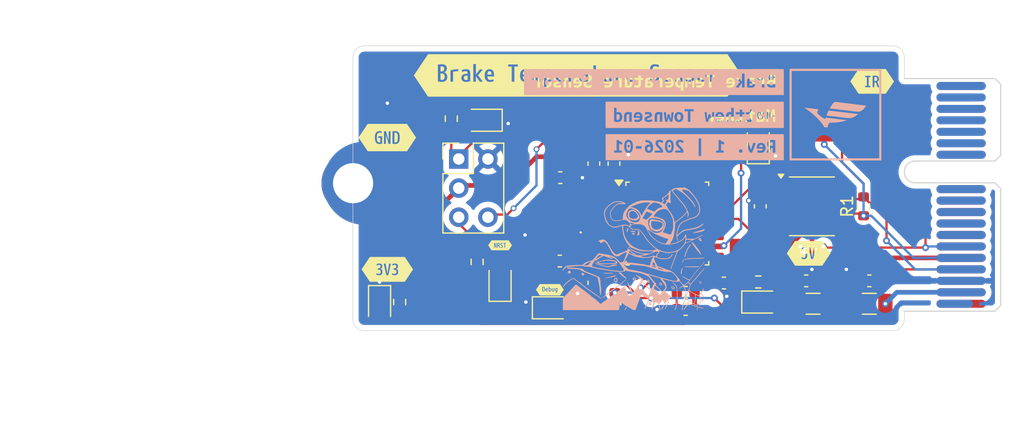
<source format=kicad_pcb>
(kicad_pcb (version 20241229) (generator "pcbnew") (generator_version "9.0")
  (layers (0 "F.Cu" signal) (2 "B.Cu" signal) (13 "F.Paste" user) (15 "B.Paste" user) (5 "F.SilkS" user "F.Silkscreen") (7 "B.SilkS" user "B.Silkscreen") (1 "F.Mask" user) (3 "B.Mask" user) (25 "Edge.Cuts" user))
  (net 0 "")
  (net 1 "+5V")
  (net 2 "GND")
  (net 3 "+3V3")
  (net 4 "/CAN_TX")
  (net 5 "/CAN_RX")
  (net 6 "/NRST")
  (net 7 "Net-(U2-PF1-OSC_OUT)")
  (net 8 "Net-(U2-PF0-OSC_IN)")
  (net 9 "/IR Output - PA0")
  (net 10 "Net-(J1-CAN-)")
  (net 11 "Net-(J1-CAN+)")
  (net 12 "/SWDIO")
  (net 13 "/SWCLK")
  (net 14 "Net-(J1-5V)")
  (net 15 "Net-(J1-3.3V)")
  (net 21 "Net-(D1-A)")
  (net 24 "Net-(D2-A)")
  (net 64 "Net-(D3-A)")
  (net 65 "Net-(D4-A)")
  (net 66 "Net-(D5-A)")
  (net 67 "Net-(D6-A)")
  (net 68 "/Heartbeat LED")
  (net 69 "/Debug LED")
  (footprint "OEM:C_0603_1608Metric" (layer "F.Cu") (at 256.755 37.59 180)
    (property "Reference" "C2" (hide yes))
    (property "Value" "C_0.1uF")
    (pad "1" smd roundrect (at -0.775 0 180) (size 0.9 0.95) (layers "F.Cu" "F.Mask" "F.Paste") (net 3 "+3V3"))
    (pad "2" smd roundrect (at 0.775 0 180) (size 0.9 0.95) (layers "F.Cu" "F.Mask" "F.Paste") (net 2 "GND"))
  )
  (footprint "OEM:LQFP-32_7x7mm_P0.8mm" (layer "F.Cu") (at 251.825 32.4)
    (property "Reference" "U2" (hide yes))
    (property "Value" "STM32G441KBT6")
    (pad "1" smd roundrect (at -4.175 -2.8) (size 1.5 0.5) (layers "F.Cu" "F.Mask" "F.Paste") (net 3 "+3V3"))
    (pad "2" smd roundrect (at -4.175 -2) (size 1.5 0.5) (layers "F.Cu" "F.Mask" "F.Paste") (net 8 "Net-(U2-PF0-OSC_IN)"))
    (pad "3" smd roundrect (at -4.175 -1.2) (size 1.5 0.5) (layers "F.Cu" "F.Mask" "F.Paste") (net 7 "Net-(U2-PF1-OSC_OUT)"))
    (pad "4" smd roundrect (at -4.175 -0.4) (size 1.5 0.5) (layers "F.Cu" "F.Mask" "F.Paste") (net 6 "/NRST"))
    (pad "5" smd roundrect (at -4.175 0.4) (size 1.5 0.5) (layers "F.Cu" "F.Mask" "F.Paste") (net 9 "/IR Output - PA0"))
    (pad "6" smd roundrect (at -4.175 1.2) (size 1.5 0.5) (layers "F.Cu" "F.Mask" "F.Paste"))
    (pad "7" smd roundrect (at -4.175 2) (size 1.5 0.5) (layers "F.Cu" "F.Mask" "F.Paste"))
    (pad "8" smd roundrect (at -4.175 2.8) (size 1.5 0.5) (layers "F.Cu" "F.Mask" "F.Paste"))
    (pad "9" smd roundrect (at -2.8 4.175) (size 0.5 1.5) (layers "F.Cu" "F.Mask" "F.Paste"))
    (pad "10" smd roundrect (at -2 4.175) (size 0.5 1.5) (layers "F.Cu" "F.Mask" "F.Paste"))
    (pad "11" smd roundrect (at -1.2 4.175) (size 0.5 1.5) (layers "F.Cu" "F.Mask" "F.Paste") (net 69 "/Debug LED"))
    (pad "12" smd roundrect (at -0.4 4.175) (size 0.5 1.5) (layers "F.Cu" "F.Mask" "F.Paste"))
    (pad "13" smd roundrect (at 0.4 4.175) (size 0.5 1.5) (layers "F.Cu" "F.Mask" "F.Paste"))
    (pad "14" smd roundrect (at 1.2 4.175) (size 0.5 1.5) (layers "F.Cu" "F.Mask" "F.Paste") (net 2 "GND"))
    (pad "15" smd roundrect (at 2 4.175) (size 0.5 1.5) (layers "F.Cu" "F.Mask" "F.Paste") (net 3 "+3V3"))
    (pad "16" smd roundrect (at 2.8 4.175) (size 0.5 1.5) (layers "F.Cu" "F.Mask" "F.Paste") (net 2 "GND"))
    (pad "17" smd roundrect (at 4.175 2.8) (size 1.5 0.5) (layers "F.Cu" "F.Mask" "F.Paste") (net 3 "+3V3"))
    (pad "18" smd roundrect (at 4.175 2) (size 1.5 0.5) (layers "F.Cu" "F.Mask" "F.Paste") (net 68 "/Heartbeat LED"))
    (pad "19" smd roundrect (at 4.175 1.2) (size 1.5 0.5) (layers "F.Cu" "F.Mask" "F.Paste"))
    (pad "20" smd roundrect (at 4.175 0.4) (size 1.5 0.5) (layers "F.Cu" "F.Mask" "F.Paste"))
    (pad "21" smd roundrect (at 4.175 -0.4) (size 1.5 0.5) (layers "F.Cu" "F.Mask" "F.Paste") (net 5 "/CAN_RX"))
    (pad "22" smd roundrect (at 4.175 -1.2) (size 1.5 0.5) (layers "F.Cu" "F.Mask" "F.Paste") (net 4 "/CAN_TX"))
    (pad "23" smd roundrect (at 4.175 -2) (size 1.5 0.5) (layers "F.Cu" "F.Mask" "F.Paste") (net 12 "/SWDIO"))
    (pad "24" smd roundrect (at 4.175 -2.8) (size 1.5 0.5) (layers "F.Cu" "F.Mask" "F.Paste") (net 13 "/SWCLK"))
    (pad "25" smd roundrect (at 2.8 -4.175) (size 0.5 1.5) (layers "F.Cu" "F.Mask" "F.Paste"))
    (pad "26" smd roundrect (at 2 -4.175) (size 0.5 1.5) (layers "F.Cu" "F.Mask" "F.Paste"))
    (pad "27" smd roundrect (at 1.2 -4.175) (size 0.5 1.5) (layers "F.Cu" "F.Mask" "F.Paste"))
    (pad "28" smd roundrect (at 0.4 -4.175) (size 0.5 1.5) (layers "F.Cu" "F.Mask" "F.Paste"))
    (pad "29" smd roundrect (at -0.4 -4.175) (size 0.5 1.5) (layers "F.Cu" "F.Mask" "F.Paste"))
    (pad "30" smd roundrect (at -1.2 -4.175) (size 0.5 1.5) (layers "F.Cu" "F.Mask" "F.Paste"))
    (pad "31" smd roundrect (at -2 -4.175) (size 0.5 1.5) (layers "F.Cu" "F.Mask" "F.Paste"))
    (pad "32" smd roundrect (at -2.8 -4.175) (size 0.5 1.5) (layers "F.Cu" "F.Mask" "F.Paste") (net 2 "GND"))
  )
  (footprint "kibuzzard-697E6E94" (layer "F.Cu") (at 269.675 20)
    (property "Reference" "kibuzzard-697E6E94" (hide yes))
    (property "Value" "G***" (hide yes))
  )
  (footprint "kibuzzard-697E6FE4" (layer "F.Cu") (at 244.02 19.48)
    (property "Reference" "kibuzzard-697E6FE4" (hide yes))
    (property "Value" "G***" (hide yes))
  )
  (footprint "kibuzzard-697E6EEF" (layer "F.Cu") (at 264.14 35)
    (property "Reference" "kibuzzard-697E6EEF" (hide yes))
    (property "Value" "G***" (hide yes))
  )
  (footprint "OEM:D_0805_2012Metric" (layer "F.Cu") (at 235.75 23.39 180)
    (property "Reference" "D6" (hide yes))
    (property "Value" "D_Red_LED")
    (pad "1" smd roundrect (at -0.9375 0 180) (size 0.975 1.4) (layers "F.Cu" "F.Mask" "F.Paste") (net 2 "GND"))
    (pad "2" smd roundrect (at 0.9375 0 180) (size 0.975 1.4) (layers "F.Cu" "F.Mask" "F.Paste") (net 67 "Net-(D6-A)"))
  )
  (footprint "OEM:R_0603_1608Metric" (layer "F.Cu") (at 235.25 35.75 -90)
    (property "Reference" "R6" (hide yes))
    (property "Value" "R_1k")
    (pad "1" smd roundrect (at -0.825 0 270) (size 0.8 0.95) (layers "F.Cu" "F.Mask" "F.Paste") (net 6 "/NRST"))
    (pad "2" smd roundrect (at 0.825 0 270) (size 0.8 0.95) (layers "F.Cu" "F.Mask" "F.Paste") (net 66 "Net-(D5-A)"))
  )
  (footprint "OEM:R_0603_1608Metric" (layer "F.Cu") (at 233 23.25 90)
    (property "Reference" "R7" (hide yes))
    (property "Value" "R_1k")
    (pad "1" smd roundrect (at -0.825 0 90) (size 0.8 0.95) (layers "F.Cu" "F.Mask" "F.Paste") (net 12 "/SWDIO"))
    (pad "2" smd roundrect (at 0.825 0 90) (size 0.8 0.95) (layers "F.Cu" "F.Mask" "F.Paste") (net 67 "Net-(D6-A)"))
  )
  (footprint "OEM:R_0603_1608Metric" (layer "F.Cu") (at 258 25.75 90)
    (property "Reference" "R4" (hide yes))
    (property "Value" "R_1k")
    (pad "1" smd roundrect (at -0.825 0 90) (size 0.8 0.95) (layers "F.Cu" "F.Mask" "F.Paste") (net 68 "/Heartbeat LED"))
    (pad "2" smd roundrect (at 0.825 0 90) (size 0.8 0.95) (layers "F.Cu" "F.Mask" "F.Paste") (net 64 "Net-(D3-A)"))
  )
  (footprint "kibuzzard-69816083" (layer "F.Cu") (at 237.25 34.3)
    (property "Reference" "kibuzzard-69816083" (hide yes))
    (property "Value" "G***" (hide yes))
  )
  (footprint "OEM:D_0805_2012Metric" (layer "F.Cu") (at 237.25 37.5 90)
    (property "Reference" "D5" (hide yes))
    (property "Value" "D_Red_LED")
    (pad "1" smd roundrect (at -0.9375 0 90) (size 0.975 1.4) (layers "F.Cu" "F.Mask" "F.Paste") (net 2 "GND"))
    (pad "2" smd roundrect (at 0.9375 0 90) (size 0.975 1.4) (layers "F.Cu" "F.Mask" "F.Paste") (net 66 "Net-(D5-A)"))
  )
  (footprint "OEM:TP_Hook_SMD" (layer "F.Cu") (at 264.5 23.75)
    (property "Reference" "TP5" (hide yes))
    (property "Value" "TP_SMD")
    (pad "1" smd rect (at 0 0) (size 4.5 3) (layers "F.Cu" "F.Mask" "F.Paste") (net 10 "Net-(J1-CAN-)"))
  )
  (footprint "OEM:Fuse_1206_3216Metric" (layer "F.Cu") (at 264.525 39.4)
    (property "Reference" "F1" (hide yes))
    (property "Value" "F_500mA_8V")
    (pad "1" smd roundrect (at -1.4 0) (size 1.25 1.75) (layers "F.Cu" "F.Mask" "F.Paste") (roundrect_rratio 0.2) (net 1 "+5V"))
    (pad "2" smd roundrect (at 1.4 0) (size 1.25 1.75) (layers "F.Cu" "F.Mask" "F.Paste") (roundrect_rratio 0.2) (net 14 "Net-(J1-5V)"))
  )
  (footprint "OEM:D_0805_2012Metric" (layer "F.Cu") (at 226.75 39.5 -90)
    (property "Reference" "D2" (hide yes))
    (property "Value" "D_Red_LED")
    (pad "1" smd roundrect (at -0.9375 0 270) (size 0.975 1.4) (layers "F.Cu" "F.Mask" "F.Paste") (net 2 "GND"))
    (pad "2" smd roundrect (at 0.9375 0 270) (size 0.975 1.4) (layers "F.Cu" "F.Mask" "F.Paste") (net 24 "Net-(D2-A)"))
  )
  (footprint "OEM:D_0805_2012Metric" (layer "F.Cu") (at 241.75 39.75)
    (property "Reference" "D4" (hide yes))
    (property "Value" "D_Red_LED")
    (pad "1" smd roundrect (at -0.9375 0) (size 0.975 1.4) (layers "F.Cu" "F.Mask" "F.Paste") (net 2 "GND"))
    (pad "2" smd roundrect (at 0.9375 0) (size 0.975 1.4) (layers "F.Cu" "F.Mask" "F.Paste") (net 65 "Net-(D4-A)"))
  )
  (footprint "OEM:D_0805_2012Metric" (layer "F.Cu") (at 259.75 25.5 90)
    (property "Reference" "D3" (hide yes))
    (property "Value" "D_Red_LED")
    (pad "1" smd roundrect (at -0.9375 0 90) (size 0.975 1.4) (layers "F.Cu" "F.Mask" "F.Paste") (net 2 "GND"))
    (pad "2" smd roundrect (at 0.9375 0 90) (size 0.975 1.4) (layers "F.Cu" "F.Mask" "F.Paste") (net 64 "Net-(D3-A)"))
  )
  (footprint "OEM:C_0603_1608Metric" (layer "F.Cu") (at 253.425 39.9 180)
    (property "Reference" "C5" (hide yes))
    (property "Value" "C_1uF")
    (pad "1" smd roundrect (at -0.775 0 180) (size 0.9 0.95) (layers "F.Cu" "F.Mask" "F.Paste") (net 3 "+3V3"))
    (pad "2" smd roundrect (at 0.775 0 180) (size 0.9 0.95) (layers "F.Cu" "F.Mask" "F.Paste") (net 2 "GND"))
  )
  (footprint "OEM:C_0603_1608Metric" (layer "F.Cu") (at 259.925 30.9 90)
    (property "Reference" "C1" (hide yes))
    (property "Value" "C_0.1uF")
    (pad "1" smd roundrect (at -0.775 0 90) (size 0.9 0.95) (layers "F.Cu" "F.Mask" "F.Paste") (net 1 "+5V"))
    (pad "2" smd roundrect (at 0.775 0 90) (size 0.9 0.95) (layers "F.Cu" "F.Mask" "F.Paste") (net 2 "GND"))
  )
  (footprint "OEM:TP_Hook_SMD" (layer "F.Cu") (at 227.425 21.9)
    (property "Reference" "TP6" (hide yes))
    (property "Value" "TP_SMD")
    (pad "1" smd rect (at 0 0) (size 4.5 3) (layers "F.Cu" "F.Mask" "F.Paste") (net 2 "GND"))
  )
  (footprint "OEM:C_0603_1608Metric" (layer "F.Cu") (at 263.925 37.4)
    (property "Reference" "C10" (hide yes))
    (property "Value" "C_10uF_10V")
    (pad "1" smd roundrect (at -0.775 0) (size 0.9 0.95) (layers "F.Cu" "F.Mask" "F.Paste") (net 1 "+5V"))
    (pad "2" smd roundrect (at 0.775 0) (size 0.9 0.95) (layers "F.Cu" "F.Mask" "F.Paste") (net 2 "GND"))
  )
  (footprint "OEM:TP_Hook_SMD" (layer "F.Cu") (at 231.975 36.41)
    (property "Reference" "TP3" (hide yes))
    (property "Value" "TP_SMD")
    (pad "1" smd rect (at 0 0) (size 4.5 3) (layers "F.Cu" "F.Mask" "F.Paste") (net 3 "+3V3"))
  )
  (footprint "OEM:C_0603_1608Metric" (layer "F.Cu") (at 242.5 28.4)
    (property "Reference" "C9" (hide yes))
    (property "Value" "C_30pF")
    (pad "1" smd roundrect (at -0.775 0) (size 0.9 0.95) (layers "F.Cu" "F.Mask" "F.Paste") (net 8 "Net-(U2-PF0-OSC_IN)"))
    (pad "2" smd roundrect (at 0.775 0) (size 0.9 0.95) (layers "F.Cu" "F.Mask" "F.Paste") (net 2 "GND"))
  )
  (footprint "kibuzzard-69816079" (layer "F.Cu") (at 241.59 38.18)
    (property "Reference" "kibuzzard-69816079" (hide yes))
    (property "Value" "G***" (hide yes))
  )
  (footprint "OEM:TP_Hook_SMD" (layer "F.Cu") (at 259.515 35.23)
    (property "Reference" "TP2" (hide yes))
    (property "Value" "TP_SMD")
    (pad "1" smd rect (at 0 0) (size 4.5 3) (layers "F.Cu" "F.Mask" "F.Paste") (net 1 "+5V"))
  )
  (footprint "OEM:R_0603_1608Metric" (layer "F.Cu") (at 259.75 37.5)
    (property "Reference" "R2" (hide yes))
    (property "Value" "R_1k")
    (pad "1" smd roundrect (at -0.825 0) (size 0.8 0.95) (layers "F.Cu" "F.Mask" "F.Paste") (net 1 "+5V"))
    (pad "2" smd roundrect (at 0.825 0) (size 0.8 0.95) (layers "F.Cu" "F.Mask" "F.Paste") (net 21 "Net-(D1-A)"))
  )
  (footprint "OEM:J_PCIe_x1_Key" (layer "F.Cu") (at 277.425 39.4 90)
    (property "Reference" "J1" (hide yes))
    (property "Value" "J_PCIe_x1")
    (fp_line (start 19.65 -4.95) (end 19.65 2.95) (stroke (width 0.1)) (layer "Edge.Cuts"))
    (fp_line (start -0.65 -4.95) (end -0.65 2.95) (stroke (width 0.1)) (layer "Edge.Cuts"))
    (fp_line (start 12.45 -4) (end 12.45 2.95) (stroke (width 0.1)) (layer "Edge.Cuts"))
    (fp_line (start 10.55 -4) (end 10.55 2.95) (stroke (width 0.1)) (layer "Edge.Cuts"))
    (fp_line (start 19.65 2.95) (end 19.15 3.45) (stroke (width 0.1)) (layer "Edge.Cuts"))
    (fp_line (start 12.45 2.95) (end 12.95 3.45) (stroke (width 0.1)) (layer "Edge.Cuts"))
    (fp_line (start 10.55 2.95) (end 10.05 3.45) (stroke (width 0.1)) (layer "Edge.Cuts"))
    (fp_line (start -0.65 2.95) (end -0.15 3.45) (stroke (width 0.1)) (layer "Edge.Cuts"))
    (fp_line (start 12.95 3.45) (end 19.15 3.45) (stroke (width 0.1)) (layer "Edge.Cuts"))
    (fp_line (start -0.15 3.45) (end 10.05 3.45) (stroke (width 0.1)) (layer "Edge.Cuts"))
    (fp_arc (start 10.55 -4) (mid 11.5 -4.95) (end 12.45 -4) (stroke (width 0.1)) (layer "Edge.Cuts"))
    (pad "A1" connect oval (at 0 -0.55 90) (size 0.7 3.2) (layers "B.Cu" "B.Mask"))
    (pad "A2" connect oval (at 1 0 90) (size 0.7 4.3) (layers "B.Cu" "B.Mask") (net 15 "Net-(J1-3.3V)"))
    (pad "A3" connect oval (at 2 0 90) (size 0.7 4.3) (layers "B.Cu" "B.Mask") (net 2 "GND"))
    (pad "A4" connect oval (at 3 0 90) (size 0.7 4.3) (layers "B.Cu" "B.Mask") (net 11 "Net-(J1-CAN+)"))
    (pad "A5" connect oval (at 4 0 90) (size 0.7 4.3) (layers "B.Cu" "B.Mask") (net 10 "Net-(J1-CAN-)"))
    (pad "A6" connect oval (at 5 0 90) (size 0.7 4.3) (layers "B.Cu" "B.Mask") (net 9 "/IR Output - PA0"))
    (pad "A7" connect oval (at 6 0 90) (size 0.7 4.3) (layers "B.Cu" "B.Mask"))
    (pad "A8" connect oval (at 7 0 90) (size 0.7 4.3) (layers "B.Cu" "B.Mask"))
    (pad "A9" connect oval (at 8 0 90) (size 0.7 4.3) (layers "B.Cu" "B.Mask"))
    (pad "A10" connect oval (at 9 0 90) (size 0.7 4.3) (layers "B.Cu" "B.Mask"))
    (pad "A11" connect oval (at 10 0 90) (size 0.7 4.3) (layers "B.Cu" "B.Mask"))
    (pad "A12" connect oval (at 13 0 90) (size 0.7 4.3) (layers "B.Cu" "B.Mask"))
    (pad "A13" connect oval (at 14 0 90) (size 0.7 4.3) (layers "B.Cu" "B.Mask"))
    (pad "A14" connect oval (at 15 0 90) (size 0.7 4.3) (layers "B.Cu" "B.Mask"))
    (pad "A15" connect oval (at 16 0 90) (size 0.7 4.3) (layers "B.Cu" "B.Mask"))
    (pad "A16" connect oval (at 17 0 90) (size 0.7 4.3) (layers "B.Cu" "B.Mask"))
    (pad "A17" connect oval (at 18 0 90) (size 0.7 4.3) (layers "B.Cu" "B.Mask"))
    (pad "A18" connect oval (at 19 0 90) (size 0.7 4.3) (layers "B.Cu" "B.Mask"))
    (pad "B1" connect oval (at 0 0 90) (size 0.7 4.3) (layers "F.Cu" "F.Mask"))
    (pad "B2" connect oval (at 1 0 90) (size 0.7 4.3) (layers "F.Cu" "F.Mask"))
    (pad "B3" connect oval (at 2 0 90) (size 0.7 4.3) (layers "F.Cu" "F.Mask"))
    (pad "B4" connect oval (at 3 0 90) (size 0.7 4.3) (layers "F.Cu" "F.Mask") (net 2 "GND"))
    (pad "B5" connect oval (at 4 0 90) (size 0.7 4.3) (layers "F.Cu" "F.Mask") (net 14 "Net-(J1-5V)"))
    (pad "B6" connect oval (at 5 0 90) (size 0.7 4.3) (layers "F.Cu" "F.Mask"))
    (pad "B7" connect oval (at 6 0 90) (size 0.7 4.3) (layers "F.Cu" "F.Mask"))
    (pad "B8" connect oval (at 7 0 90) (size 0.7 4.3) (layers "F.Cu" "F.Mask"))
    (pad "B9" connect oval (at 8 0 90) (size 0.7 4.3) (layers "F.Cu" "F.Mask"))
    (pad "B10" connect oval (at 9 0 90) (size 0.7 4.3) (layers "F.Cu" "F.Mask"))
    (pad "B11" connect oval (at 10 0 90) (size 0.7 4.3) (layers "F.Cu" "F.Mask"))
    (pad "B12" connect oval (at 13 0 90) (size 0.7 4.3) (layers "F.Cu" "F.Mask"))
    (pad "B13" connect oval (at 14 0 90) (size 0.7 4.3) (layers "F.Cu" "F.Mask"))
    (pad "B14" connect oval (at 15 0 90) (size 0.7 4.3) (layers "F.Cu" "F.Mask"))
    (pad "B15" connect oval (at 16 0 90) (size 0.7 4.3) (layers "F.Cu" "F.Mask"))
    (pad "B16" connect oval (at 17 0 90) (size 0.7 4.3) (layers "F.Cu" "F.Mask"))
    (pad "B17" connect oval (at 18 -0.55 90) (size 0.7 3.2) (layers "F.Cu" "F.Mask"))
    (pad "B18" connect oval (at 19 0 90) (size 0.7 4.3) (layers "F.Cu" "F.Mask"))
  )
  (footprint "OEM:C_0603_1608Metric" (layer "F.Cu") (at 247.175 27.175 90)
    (property "Reference" "C4" (hide yes))
    (property "Value" "C_0.1uF")
    (pad "1" smd roundrect (at -0.775 0 90) (size 0.9 0.95) (layers "F.Cu" "F.Mask" "F.Paste") (net 3 "+3V3"))
    (pad "2" smd roundrect (at 0.775 0 90) (size 0.9 0.95) (layers "F.Cu" "F.Mask" "F.Paste") (net 2 "GND"))
  )
  (footprint "OEM:H_MountingHole" (layer "F.Cu") (at 224.425 28.884 90)
    (property "Reference" "H1" (hide yes))
    (property "Value" "H_MountingHole" (hide yes))
    (pad "1" thru_hole circle (at 0 0.016 90) (size 5.499999 5.499999) (drill 3.500001) (layers "*.Cu" "*.Mask") (net 2 "GND"))
    (pad "1" smd circle (at 0 1.016 90) (size 7.249998 7.249998) (layers "B.Cu" "B.Mask") (net 2 "GND"))
  )
  (footprint "OEM:Fuse_1206_3216Metric" (layer "F.Cu") (at 269.425 39.4)
    (property "Reference" "F2" (hide yes))
    (property "Value" "F_500mA_8V")
    (pad "1" smd roundrect (at -1.4 0) (size 1.25 1.75) (layers "F.Cu" "F.Mask" "F.Paste") (roundrect_rratio 0.2) (net 3 "+3V3"))
    (pad "2" smd roundrect (at 1.4 0) (size 1.25 1.75) (layers "F.Cu" "F.Mask" "F.Paste") (roundrect_rratio 0.2) (net 15 "Net-(J1-3.3V)"))
  )
  (footprint "kibuzzard-697E6F70" (layer "F.Cu") (at 227.425 36.4)
    (property "Reference" "kibuzzard-697E6F70" (hide yes))
    (property "Value" "G***" (hide yes))
  )
  (footprint "OEM:C_0603_1608Metric" (layer "F.Cu") (at 242.45 35.675 180)
    (property "Reference" "C8" (hide yes))
    (property "Value" "C_30pF")
    (pad "1" smd roundrect (at -0.775 0 180) (size 0.9 0.95) (layers "F.Cu" "F.Mask" "F.Paste") (net 7 "Net-(U2-PF1-OSC_OUT)"))
    (pad "2" smd roundrect (at 0.775 0 180) (size 0.9 0.95) (layers "F.Cu" "F.Mask" "F.Paste") (net 2 "GND"))
  )
  (footprint "kibuzzard-69815FF8" (layer "F.Cu") (at 260.42 22.97)
    (property "Reference" "kibuzzard-69815FF8" (hide yes))
    (property "Value" "G***" (hide yes))
  )
  (footprint "OEM:R_0603_1608Metric" (layer "F.Cu") (at 228.5 39.25 -90)
    (property "Reference" "R3" (hide yes))
    (property "Value" "R_1k")
    (pad "1" smd roundrect (at -0.825 0 270) (size 0.8 0.95) (layers "F.Cu" "F.Mask" "F.Paste") (net 3 "+3V3"))
    (pad "2" smd roundrect (at 0.825 0 270) (size 0.8 0.95) (layers "F.Cu" "F.Mask" "F.Paste") (net 24 "Net-(D2-A)"))
  )
  (footprint "OEM:FA238160000MBC0 (X_16MHz_18pF_SMD - FA-238_16.0000MB-C0)" (layer "F.Cu") (at 242.425 32.075 90)
    (property "Reference" "Y1" (hide yes))
    (property "Value" "X_16MHz_18pF" (hide yes))
    (pad "1" smd rect (at -1.1 0.8 180) (size 1.2 1.4) (layers "F.Cu" "F.Mask" "F.Paste") (net 7 "Net-(U2-PF1-OSC_OUT)"))
    (pad "2" smd rect (at 1.1 0.8 180) (size 1.2 1.4) (layers "F.Cu" "F.Mask" "F.Paste") (net 2 "GND"))
    (pad "3" smd rect (at 1.1 -0.8 180) (size 1.2 1.4) (layers "F.Cu" "F.Mask" "F.Paste") (net 8 "Net-(U2-PF0-OSC_IN)"))
    (pad "4" smd rect (at -1.1 -0.8 180) (size 1.2 1.4) (layers "F.Cu" "F.Mask" "F.Paste") (net 2 "GND"))
  )
  (footprint "kibuzzard-69815FEC" (layer "F.Cu") (at 260.42 19.59)
    (property "Reference" "kibuzzard-69815FEC" (hide yes))
    (property "Value" "G***" (hide yes))
  )
  (footprint "OEM:R_0603_1608Metric" (layer "F.Cu") (at 247.25 39.25 -90)
    (property "Reference" "R5" (hide yes))
    (property "Value" "R_1k")
    (pad "1" smd roundrect (at -0.825 0 270) (size 0.8 0.95) (layers "F.Cu" "F.Mask" "F.Paste") (net 69 "/Debug LED"))
    (pad "2" smd roundrect (at 0.825 0 270) (size 0.8 0.95) (layers "F.Cu" "F.Mask" "F.Paste") (net 65 "Net-(D4-A)"))
  )
  (footprint "OEM:C_0603_1608Metric" (layer "F.Cu") (at 245.425 37.575 -90)
    (property "Reference" "C7" (hide yes))
    (property "Value" "C_0.1uF")
    (pad "1" smd roundrect (at -0.775 0 270) (size 0.9 0.95) (layers "F.Cu" "F.Mask" "F.Paste") (net 6 "/NRST"))
    (pad "2" smd roundrect (at 0.775 0 270) (size 0.9 0.95) (layers "F.Cu" "F.Mask" "F.Paste") (net 2 "GND"))
  )
  (footprint "OEM:C_0603_1608Metric" (layer "F.Cu") (at 269.425 37.4)
    (property "Reference" "C11" (hide yes))
    (property "Value" "C_10uF_10V")
    (pad "1" smd roundrect (at -0.775 0) (size 0.9 0.95) (layers "F.Cu" "F.Mask" "F.Paste") (net 3 "+3V3"))
    (pad "2" smd roundrect (at 0.775 0) (size 0.9 0.95) (layers "F.Cu" "F.Mask" "F.Paste") (net 2 "GND"))
  )
  (footprint "OEM:C_0603_1608Metric" (layer "F.Cu") (at 253.425 38.4 180)
    (property "Reference" "C3" (hide yes))
    (property "Value" "C_10nF")
    (pad "1" smd roundrect (at -0.775 0 180) (size 0.9 0.95) (layers "F.Cu" "F.Mask" "F.Paste") (net 3 "+3V3"))
    (pad "2" smd roundrect (at 0.775 0 180) (size 0.9 0.95) (layers "F.Cu" "F.Mask" "F.Paste") (net 2 "GND"))
  )
  (footprint "OEM:C_0603_1608Metric" (layer "F.Cu") (at 245.425 27.175 90)
    (property "Reference" "C6" (hide yes))
    (property "Value" "C_4.7uF")
    (pad "1" smd roundrect (at -0.775 0 90) (size 0.9 0.95) (layers "F.Cu" "F.Mask" "F.Paste") (net 3 "+3V3"))
    (pad "2" smd roundrect (at 0.775 0 90) (size 0.9 0.95) (layers "F.Cu" "F.Mask" "F.Paste") (net 2 "GND"))
  )
  (footprint "OEM:D_0805_2012Metric" (layer "F.Cu") (at 260 39.25)
    (property "Reference" "D1" (hide yes))
    (property "Value" "D_Red_LED")
    (pad "1" smd roundrect (at -0.9375 0) (size 0.975 1.4) (layers "F.Cu" "F.Mask" "F.Paste") (net 2 "GND"))
    (pad "2" smd roundrect (at 0.9375 0) (size 0.975 1.4) (layers "F.Cu" "F.Mask" "F.Paste") (net 21 "Net-(D1-A)"))
  )
  (footprint "OEM:SOIC-8_3.9x4.9mm_P1.27mm" (layer "F.Cu") (at 264.425 30.9)
    (property "Reference" "U1" (hide yes))
    (property "Value" "MCP2561-E_SN")
    (pad "1" smd roundrect (at -2.475 -1.905) (size 1.95 0.6) (layers "F.Cu" "F.Mask" "F.Paste") (net 4 "/CAN_TX"))
    (pad "2" smd roundrect (at -2.475 -0.635) (size 1.95 0.6) (layers "F.Cu" "F.Mask" "F.Paste") (net 2 "GND"))
    (pad "3" smd roundrect (at -2.475 0.635) (size 1.95 0.6) (layers "F.Cu" "F.Mask" "F.Paste") (net 1 "+5V"))
    (pad "4" smd roundrect (at -2.475 1.905) (size 1.95 0.6) (layers "F.Cu" "F.Mask" "F.Paste") (net 5 "/CAN_RX"))
    (pad "5" smd roundrect (at 2.475 1.905) (size 1.95 0.6) (layers "F.Cu" "F.Mask" "F.Paste"))
    (pad "6" smd roundrect (at 2.475 0.635) (size 1.95 0.6) (layers "F.Cu" "F.Mask" "F.Paste") (net 10 "Net-(J1-CAN-)"))
    (pad "7" smd roundrect (at 2.475 -0.635) (size 1.95 0.6) (layers "F.Cu" "F.Mask" "F.Paste") (net 11 "Net-(J1-CAN+)"))
    (pad "8" smd roundrect (at 2.475 -1.905) (size 1.95 0.6) (layers "F.Cu" "F.Mask" "F.Paste") (net 2 "GND"))
  )
  (footprint "kibuzzard-69816091" (layer "F.Cu") (at 257.1 23.525)
    (property "Reference" "kibuzzard-69816091" (hide yes))
    (property "Value" "G***" (hide yes))
  )
  (footprint "OEM:J_Programming_Pin_Header_Keyed" (layer "F.Cu") (at 233.65 26.77)
    (property "Reference" "J2" (hide yes))
    (property "Value" "J_Programming_Pin_Header")
    (pad "1" thru_hole rect (at 0 0) (size 1.7 1.7) (drill 1) (layers "*.Cu" "*.Mask") (net 12 "/SWDIO"))
    (pad "2" thru_hole circle (at 2.54 0) (size 1.7 1.7) (drill 1) (layers "*.Cu" "*.Mask") (net 2 "GND"))
    (pad "3" thru_hole circle (at 0 2.54) (size 1.7 1.7) (drill 1) (layers "*.Cu" "*.Mask") (net 3 "+3V3"))
    (pad "4" thru_hole circle (at 0 5.08) (size 1.7 1.7) (drill 1) (layers "*.Cu" "*.Mask") (net 6 "/NRST"))
    (pad "5" thru_hole circle (at 2.54 5.08) (size 1.7 1.7) (drill 1) (layers "*.Cu" "*.Mask") (net 13 "/SWCLK"))
  )
  (footprint "kibuzzard-69815F9D" (layer "F.Cu") (at 227.425 24.9)
    (property "Reference" "kibuzzard-69815F9D" (hide yes))
    (property "Value" "G***" (hide yes))
  )
  (footprint "OEM:TP_Hook_SMD" (layer "F.Cu") (at 264.5 19.75)
    (property "Reference" "TP4" (hide yes))
    (property "Value" "TP_SMD")
    (pad "1" smd rect (at 0 0) (size 4.5 3) (layers "F.Cu" "F.Mask" "F.Paste") (net 11 "Net-(J1-CAN+)"))
  )
  (footprint "OEM:R_0603_1608Metric" (layer "F.Cu") (at 268.925 30.9 90)
    (property "Reference" "R1" (at 0 -1.43 90) (layer "F.SilkS"))
    (property "Value" "R_120")
    (pad "1" smd roundrect (at -0.825 0 90) (size 0.8 0.95) (layers "F.Cu" "F.Mask" "F.Paste") (net 10 "Net-(J1-CAN-)"))
    (pad "2" smd roundrect (at 0.825 0 90) (size 0.8 0.95) (layers "F.Cu" "F.Mask" "F.Paste") (net 11 "Net-(J1-CAN+)"))
  )
  (footprint "OEM:TP_Hook_SMD" (layer "F.Cu") (at 269.675 22.75)
    (property "Reference" "TP1" (hide yes))
    (property "Value" "TP_SMD")
    (pad "1" smd rect (at 0 0) (size 4.5 3) (layers "F.Cu" "F.Mask" "F.Paste") (net 9 "/IR Output - PA0"))
  )
  (footprint "kibuzzard-697F80BA" (layer "B.Cu") (at 254.21075 25.74 180)
    (property "Reference" "kibuzzard-697F80BA" (hide yes))
    (property "Value" "G***" (hide yes))
  )
  (footprint "OEM:OEM_Logo_8mm" (layer "B.Cu") (at 266.475 22.9 180)
    (property "Reference" "REF**" (hide yes))
    (property "Value" "OEM_Logo_8mm")
  )
  (footprint "kibuzzard-697F80A9" (layer "B.Cu") (at 250.6566 20.06 180)
    (property "Reference" "kibuzzard-697F80A9" (hide yes))
    (property "Value" "G***" (hide yes))
  )
  (footprint "LOGO" (layer "B.Cu") (at 248.895849 34.597247 180)
    (property "Reference" "G***" (hide yes))
    (property "Value" "LOGO" (hide yes))
  )
  (footprint "kibuzzard-697F802E" (layer "B.Cu") (at 254.20898 22.92 180)
    (property "Reference" "kibuzzard-697F802E" (hide yes))
    (property "Value" "G***" (hide yes))
  )
  (gr_arc (start 272.475 40.75) (mid 272.182107 41.457107) (end 271.475 41.75) (stroke (width 0.05)) (layer "Edge.Cuts"))
  (gr_arc (start 225.425 41.75) (mid 224.717893 41.457107) (end 224.425 40.75) (stroke (width 0.05)) (layer "Edge.Cuts"))
  (gr_arc (start 271.475 16.9) (mid 272.182107 17.192893) (end 272.475 17.9) (stroke (width 0.05)) (layer "Edge.Cuts"))
  (gr_line (start 272.475 40.05) (end 272.475 40.75) (stroke (width 0.05)) (layer "Edge.Cuts"))
  (gr_line (start 271.475 41.75) (end 225.425 41.75) (stroke (width 0.05)) (layer "Edge.Cuts"))
  (gr_line (start 225.425 16.9) (end 271.475 16.9) (stroke (width 0.05)) (layer "Edge.Cuts"))
  (gr_line (start 272.475 19.75) (end 272.475 17.9) (stroke (width 0.05)) (layer "Edge.Cuts"))
  (gr_line (start 224.425 40.75) (end 224.425 17.9) (stroke (width 0.05)) (layer "Edge.Cuts"))
  (gr_arc (start 224.425 17.9) (mid 224.717893 17.192893) (end 225.425 16.9) (stroke (width 0.05)) (layer "Edge.Cuts"))
  (segment (start 264.425 32.9) (end 264.425 34.9) (width 0.4064) (layer "F.Cu") (net 1))
  (segment (start 259.925 31.675) (end 259.925 31.4) (width 0.4064) (layer "F.Cu") (net 1))
  (segment (start 260.575 36.29) (end 259.515 35.23) (width 0.2) (layer "F.Cu") (net 1))
  (segment (start 263.92911 32.9) (end 261.59911 35.23) (width 0.4064) (layer "F.Cu") (net 1))
  (segment (start 260.06 31.535) (end 261.95 31.535) (width 0.4064) (layer "F.Cu") (net 1))
  (segment (start 261.95 31.535) (end 263.06 31.535) (width 0.4064) (layer "F.Cu") (net 1))
  (segment (start 263.15 37.4) (end 263.15 39.375) (width 0.4064) (layer "F.Cu") (net 1))
  (segment (start 258.925 35.82) (end 259.515 35.23) (width 0.2) (layer "F.Cu") (net 1))
  (segment (start 263.15 36.175) (end 263.15 37.4) (width 0.4064) (layer "F.Cu") (net 1))
  (segment (start 263.06 31.535) (end 264.425 32.9) (width 0.4064) (layer "F.Cu") (net 1))
  (segment (start 259.925 31.4) (end 260.06 31.535) (width 0.4064) (layer "F.Cu") (net 1))
  (segment (start 264.425 32.9) (end 263.92911 32.9) (width 0.4064) (layer "F.Cu") (net 1))
  (segment (start 264.425 34.9) (end 263.15 36.175) (width 0.4064) (layer "F.Cu") (net 1))
  (segment (start 258.925 37.5) (end 258.925 35.82) (width 0.2) (layer "F.Cu") (net 1))
  (segment (start 261.59911 35.23) (end 259.515 35.23) (width 0.4064) (layer "F.Cu") (net 1))
  (segment (start 263.15 39.375) (end 263.125 39.4) (width 0.4064) (layer "F.Cu") (net 1))
  (segment (start 264.194999 28.995) (end 266.9 28.995) (width 0.2) (layer "F.Cu") (net 2))
  (segment (start 244.35 38.35) (end 244.15 38.35) (width 0.2) (layer "F.Cu") (net 2))
  (segment (start 243.275 28.175) (end 244.2 28.175) (width 0.4064) (layer "F.Cu") (net 2))
  (segment (start 259.0625 39.25) (end 258.5625 38.75) (width 0.2) (layer "F.Cu") (net 2))
  (segment (start 248.925 28.4) (end 247.175 26.65) (width 0.2) (layer "F.Cu") (net 2))
  (segment (start 261.95 30.265) (end 262.924999 30.265) (width 0.2) (layer "F.Cu") (net 2))
  (segment (start 261.1875 26.4375) (end 261.25 26.5) (width 0.2) (layer "F.Cu") (net 2))
  (segment (start 249.025 28.225) (end 249.025 28.3) (width 0.2) (layer "F.Cu") (net 2))
  (segment (start 238.6875 38.4375) (end 239.5 39.25) (width 0.2) (layer "F.Cu") (net 2))
  (segment (start 255.64 37.59) (end 254.625 36.575) (width 0.2) (layer "F.Cu") (net 2))
  (segment (start 245.675 26.4) (end 247.175 26.4) (width 0.4064) (layer "F.Cu") (net 2))
  (segment (start 244.15 38.35) (end 244 38.5) (width 0.2) (layer "F.Cu") (net 2))
  (segment (start 253.025 36.075) (end 253.025 38.2) (width 0.2) (layer "F.Cu") (net 2))
  (segment (start 264.7 36.675) (end 264.425 36.4) (width 0.4064) (layer "F.Cu") (net 2))
  (segment (start 241.625 33.175) (end 241.625 32.877) (width 0.2) (layer "F.Cu") (net 2))
  (segment (start 255.98 37.59) (end 255.98 37.73) (width 0.2) (layer "F.Cu") (net 2))
  (segment (start 259.75 26.4375) (end 261.1875 26.4375) (width 0.2) (layer "F.Cu") (net 2))
  (segment (start 244.2 28.175) (end 244.425 28.4) (width 0.4064) (layer "F.Cu") (net 2))
  (segment (start 241.625 32.877) (end 243.225 31.277) (width 0.2) (layer "F.Cu") (net 2))
  (segment (start 239.65 33.175) (end 239.425 33.4) (width 0.2) (layer "F.Cu") (net 2))
  (segment (start 240.3125 39.25) (end 239.5 39.25) (width 0.2) (layer "F.Cu") (net 2))
  (segment (start 243.225 31.277) (end 243.225 30.975) (width 0.2) (layer "F.Cu") (net 2))
  (segment (start 251.1 40.075) (end 250.925 39.9) (width 0.2) (layer "F.Cu") (net 2))
  (segment (start 259.2 30.125) (end 258.925 30.4) (width 0.2) (layer "F.Cu") (net 2))
  (segment (start 259.925 30.125) (end 259.2 30.125) (width 0.2) (layer "F.Cu") (net 2))
  (segment (start 271.2 36.4) (end 270.2 37.4) (width 0.2032) (layer "F.Cu") (net 2))
  (segment (start 227.425 21.9) (end 227.43 21.9) (width 0.2) (layer "F.Cu") (net 2))
  (segment (start 264.7 37.4) (end 264.7 36.675) (width 0.4064) (layer "F.Cu") (net 2))
  (segment (start 247.175 26.4) (end 248.425 26.4) (width 0.2) (layer "F.Cu") (net 2))
  (segment (start 247.175 26.65) (end 247.175 26.4) (width 0.2) (layer "F.Cu") (net 2))
  (segment (start 249.025 28.3) (end 248.925 28.4) (width 0.2) (layer "F.Cu") (net 2))
  (segment (start 253.025 38.2) (end 252.65 38.575) (width 0.2) (layer "F.Cu") (net 2))
  (segment (start 252.65 40.075) (end 251.1 40.075) (width 0.2) (layer "F.Cu") (net 2))
  (segment (start 255.98 37.59) (end 255.64 37.59) (width 0.2) (layer "F.Cu") (net 2))
  (segment (start 225.026 28.724) (end 225.026 28.884) (width 0.2) (layer "F.Cu") (net 2))
  (segment (start 260.065 30.265) (end 259.925 30.125) (width 0.2) (layer "F.Cu") (net 2))
  (segment (start 277.425 36.4) (end 271.2 36.4) (width 0.2032) (layer "F.Cu") (net 2))
  (segment (start 237.25 38.4375) (end 238.6875 38.4375) (width 0.2) (layer "F.Cu") (net 2))
  (segment (start 237.67 23.39) (end 237.96 23.68) (width 0.2) (layer "F.Cu") (net 2))
  (segment (start 262.924999 30.265) (end 264.194999 28.995) (width 0.2) (layer "F.Cu") (net 2))
  (segment (start 270.2 37.4) (end 269.2 36.4) (width 0.2032) (layer "F.Cu") (net 2))
  (segment (start 241.625 33.175) (end 241.625 35.625) (width 0.2) (layer "F.Cu") (net 2))
  (segment (start 236.6875 23.39) (end 237.67 23.39) (width 0.2) (layer "F.Cu") (net 2))
  (segment (start 255.98 37.73) (end 257 38.75) (width 0.2) (layer "F.Cu") (net 2))
  (segment (start 226.75 38.5625) (end 226.75 37.5) (width 0.2) (layer "F.Cu") (net 2))
  (segment (start 240.8125 39.75) (end 240.3125 39.25) (width 0.2) (layer "F.Cu") (net 2))
  (segment (start 252.65 38.575) (end 252.65 40.075) (width 0.2) (layer "F.Cu") (net 2))
  (segment (start 244.35 38.35) (end 245.425 38.35) (width 0.2) (layer "F.Cu") (net 2))
  (segment (start 241.625 35.625) (end 241.675 35.675) (width 0.2) (layer "F.Cu") (net 2))
  (segment (start 269.2 36.4) (end 267.425 36.4) (width 0.2032) (layer "F.Cu") (net 2))
  (segment (start 258.5625 38.75) (end 257 38.75) (width 0.2) (layer "F.Cu") (net 2))
  (segment (start 241.625 33.175) (end 239.65 33.175) (width 0.2) (layer "F.Cu") (net 2))
  (segment (start 261.95 30.265) (end 260.065 30.265) (width 0.2) (layer "F.Cu") (net 2))
  (via (at 226.75 37.5) (size 0.6) (drill 0.3) (layers "F.Cu" "B.Cu") (net 2))
  (via (at 227.43 21.9) (size 0.6) (drill 0.3) (layers "F.Cu" "B.Cu") (net 2))
  (via (at 237.96 23.68) (size 0.6) (drill 0.3) (layers "F.Cu" "B.Cu") (net 2))
  (via (at 244 38.5) (size 0.6) (drill 0.3) (layers "F.Cu" "B.Cu") (net 2))
  (via (at 267.425 36.4) (size 0.6) (drill 0.3) (layers "F.Cu" "B.Cu") (net 2))
  (via (at 250.925 39.9) (size 0.5) (drill 0.3) (layers "F.Cu" "B.Cu") (net 2))
  (via (at 248.425 26.4) (size 0.6) (drill 0.3) (layers "F.Cu" "B.Cu") (net 2))
  (via (at 264.425 36.4) (size 0.5) (drill 0.3) (layers "F.Cu" "B.Cu") (net 2))
  (via (at 261.25 26.5) (size 0.6) (drill 0.3) (layers "F.Cu" "B.Cu") (net 2))
  (via (at 239.5 39.25) (size 0.6) (drill 0.3) (layers "F.Cu" "B.Cu") (net 2))
  (via (at 258.925 30.4) (size 0.5) (drill 0.3) (layers "F.Cu" "B.Cu") (net 2))
  (via (at 257 38.75) (size 0.6) (drill 0.3) (layers "F.Cu" "B.Cu") (net 2))
  (via (at 239.425 33.4) (size 0.5) (drill 0.3) (layers "F.Cu" "B.Cu") (net 2))
  (via (at 244.425 28.4) (size 0.5) (drill 0.3) (layers "F.Cu" "B.Cu") (net 2))
  (segment (start 243.74 26.575) (end 240.425 26.575) (width 0.4064) (layer "F.Cu") (net 3))
  (segment (start 235.5708 41.0458) (end 231.975 37.45) (width 0.4064) (layer "F.Cu") (net 3))
  (segment (start 237.925 29.075) (end 233.885 29.075) (width 0.4064) (layer "F.Cu") (net 3))
  (segment (start 247.65 29.6) (end 247.625 29.575) (width 0.4064) (layer "F.Cu") (net 3))
  (segment (start 255.035 40.91) (end 254.2 40.075) (width 0.4064) (layer "F.Cu") (net 3))
  (segment (start 253.825 36.575) (end 253.825 38.2) (width 0.4064) (layer "F.Cu") (net 3))
  (segment (start 245.115 27.95) (end 243.74 26.575) (width 0.4064) (layer "F.Cu") (net 3))
  (segment (start 240.425 26.575) (end 237.925 29.075) (width 0.4064) (layer "F.Cu") (net 3))
  (segment (start 254.450001 35.2) (end 253.825 35.825001) (width 0.4064) (layer "F.Cu") (net 3))
  (segment (start 268.625 37.425) (end 268.65 37.4) (width 0.4064) (layer "F.Cu") (net 3))
  (segment (start 228.5 38.425) (end 229.96 38.425) (width 0.2) (layer "F.Cu") (net 3))
  (segment (start 247.175 27.95) (end 245.115 27.95) (width 0.4064) (layer "F.Cu") (net 3))
  (segment (start 253.825 35.825001) (end 253.825 36.575) (width 0.4064) (layer "F.Cu") (net 3))
  (segment (start 253.2292 41.0458) (end 235.5708 41.0458) (width 0.4064) (layer "F.Cu") (net 3))
  (segment (start 254.2 40.075) (end 253.2292 41.0458) (width 0.4064) (layer "F.Cu") (net 3))
  (segment (start 247.425 29.375) (end 247.65 29.6) (width 0.4064) (layer "F.Cu") (net 3))
  (segment (start 247.425 28.35) (end 247.425 29.375) (width 0.4064) (layer "F.Cu") (net 3))
  (segment (start 231.975 30.985) (end 231.975 36.41) (width 0.4064) (layer "F.Cu") (net 3))
  (segment (start 268.625 39.4) (end 268.425 39.4) (width 0.4064) (layer "F.Cu") (net 3))
  (segment (start 253.825 38.2) (end 254.2 38.575) (width 0.4064) (layer "F.Cu") (net 3))
  (segment (start 268.625 39.4) (end 268.625 37.425) (width 0.4064) (layer "F.Cu") (net 3))
  (segment (start 256 35.2) (end 256 36.06) (width 0.4064) (layer "F.Cu") (net 3))
  (segment (start 229.96 38.425) (end 231.975 36.41) (width 0.2) (layer "F.Cu") (net 3))
  (segment (start 256 36.06) (end 257.53 37.59) (width 0.4064) (layer "F.Cu") (net 3))
  (segment (start 233.885 29.075) (end 231.975 30.985) (width 0.4064) (layer "F.Cu") (net 3))
  (segment (start 231.975 37.45) (end 231.975 36.41) (width 0.4064) (layer "F.Cu") (net 3))
  (segment (start 254.450001 35.2) (end 256 35.2) (width 0.4064) (layer "F.Cu") (net 3))
  (segment (start 268.025 39.4) (end 268.425 39.4) (width 0.4064) (layer "F.Cu") (net 3))
  (segment (start 254.2 38.575) (end 254.2 40.075) (width 0.4064) (layer "F.Cu") (net 3))
  (segment (start 268.025 39.4) (end 266.515 40.91) (width 0.4064) (layer "F.Cu") (net 3))
  (segment (start 266.515 40.91) (end 255.035 40.91) (width 0.4064) (layer "F.Cu") (net 3))
  (segment (start 256 31.2) (end 257.124945 31.2) (width 0.2) (layer "F.Cu") (net 4))
  (segment (start 259.329945 28.995) (end 261.95 28.995) (width 0.2) (layer "F.Cu") (net 4))
  (segment (start 257.124945 31.2) (end 259.329945 28.995) (width 0.2) (layer "F.Cu") (net 4))
  (segment (start 256 32) (end 258.025 32) (width 0.2) (layer "F.Cu") (net 5))
  (segment (start 258.83 32.805) (end 261.95 32.805) (width 0.2) (layer "F.Cu") (net 5))
  (segment (start 256.180001 32.180001) (end 256 32) (width 0.2) (layer "F.Cu") (net 5))
  (segment (start 258.025 32) (end 258.83 32.805) (width 0.2) (layer "F.Cu") (net 5))
  (segment (start 233.65 32.4) (end 235.25 34) (width 0.2) (layer "F.Cu") (net 6))
  (segment (start 235.25 34) (end 235.25 34.925) (width 0.2) (layer "F.Cu") (net 6))
  (segment (start 245.425 33.475001) (end 246.900001 32) (width 0.2) (layer "F.Cu") (net 6))
  (segment (start 237.715 34.925) (end 239.6 36.81) (width 0.2) (layer "F.Cu") (net 6))
  (segment (start 246.900001 32) (end 247.65 32) (width 0.2) (layer "F.Cu") (net 6))
  (segment (start 239.6 36.81) (end 245.415 36.81) (width 0.2) (layer "F.Cu") (net 6))
  (segment (start 235.25 34.925) (end 237.715 34.925) (width 0.2) (layer "F.Cu") (net 6))
  (segment (start 245.425 36.8) (end 245.425 33.475001) (width 0.2) (layer "F.Cu") (net 6))
  (segment (start 245.415 36.81) (end 245.425 36.8) (width 0.2) (layer "F.Cu") (net 6))
  (segment (start 233.65 31.85) (end 233.65 32.4) (width 0.2) (layer "F.Cu") (net 6))
  (segment (start 245.2 31.2) (end 247.65 31.2) (width 0.2) (layer "F.Cu") (net 7))
  (segment (start 243.225 33.175) (end 245.2 31.2) (width 0.2) (layer "F.Cu") (net 7))
  (segment (start 243.225 33.175) (end 243.225 35.675) (width 0.2) (layer "F.Cu") (net 7))
  (segment (start 244.126 29.974) (end 244.552 30.4) (width 0.2) (layer "F.Cu") (net 8))
  (segment (start 241.625 30.975) (end 241.625 30.075) (width 0.2) (layer "F.Cu") (net 8))
  (segment (start 241.625 30.075) (end 241.726 29.974) (width 0.2) (layer "F.Cu") (net 8))
  (segment (start 241.726 29.974) (end 244.126 29.974) (width 0.2) (layer "F.Cu") (net 8))
  (segment (start 241.625 28.275) (end 241.725 28.175) (width 0.2) (layer "F.Cu") (net 8))
  (segment (start 244.552 30.4) (end 247.65 30.4) (width 0.2) (layer "F.Cu") (net 8))
  (segment (start 241.625 30.975) (end 241.625 28.275) (width 0.2) (layer "F.Cu") (net 8))
  (segment (start 262.165 39.835) (end 262.165 35.66) (width 0.2) (layer "F.Cu") (net 9))
  (segment (start 249.425 38.9) (end 250.425 38.9) (width 0.2) (layer "F.Cu") (net 9))
  (segment (start 247.65 32.8) (end 246.667101 32.8) (width 0.2) (layer "F.Cu") (net 9))
  (segment (start 257.4308 40.4058) (end 261.5942 40.4058) (width 0.2) (layer "F.Cu") (net 9))
  (segment (start 247.65 32.8) (end 247.865113 32.8) (width 0.2032) (layer "F.Cu") (net 9))
  (segment (start 255.925 38.9) (end 257.4308 40.4058) (width 0.2) (layer "F.Cu") (net 9))
  (segment (start 262.165 35.66) (end 263.425 34.4) (width 0.2) (layer "F.Cu") (net 9))
  (segment (start 274.324 31.074) (end 269.675 26.425) (width 0.2) (layer "F.Cu") (net 9))
  (segment (start 245.925 33.542101) (end 245.925 35.4) (width 0.2) (layer "F.Cu") (net 9))
  (segment (start 261.5942 40.4058) (end 262.165 39.835) (width 0.2) (layer "F.Cu") (net 9))
  (segment (start 247.865113 32.8) (end 247.915113 32.75) (width 0.2032) (layer "F.Cu") (net 9))
  (segment (start 265.425 34.4) (end 265.526 34.501) (width 0.2) (layer "F.Cu") (net 9))
  (segment (start 247.65 32.8) (end 247.025 32.8) (width 0.2032) (layer "F.Cu") (net 9))
  (segment (start 246.667101 32.8) (end 245.925 33.542101) (width 0.2) (layer "F.Cu") (net 9))
  (segment (start 274.324 34.501) (end 274.324 31.074) (width 0.2) (layer "F.Cu") (net 9))
  (segment (start 265.526 34.501) (end 274.324 34.501) (width 0.2) (layer "F.Cu") (net 9))
  (segment (start 245.925 35.4) (end 249.425 38.9) (width 0.2) (layer "F.Cu") (net 9))
  (segment (start 269.675 26.425) (end 269.675 22.75) (width 0.2) (layer "F.Cu") (net 9))
  (via (at 263.425 34.4) (size 0.6) (drill 0.3) (layers "F.Cu" "B.Cu") (net 9))
  (via (at 255.925 38.9) (size 0.6) (drill 0.3) (layers "F.Cu" "B.Cu") (net 9))
  (via (at 274.324 34.501) (size 0.6) (drill 0.3) (layers "F.Cu" "B.Cu") (net 9))
  (via (at 250.425 38.9) (size 0.6) (drill 0.3) (layers "F.Cu" "B.Cu") (net 9))
  (via (at 265.425 34.4) (size 0.6) (drill 0.3) (layers "F.Cu" "B.Cu") (net 9))
  (segment (start 274.324 34.501) (end 274.425 34.4) (width 0.2) (layer "B.Cu") (net 9))
  (segment (start 263.425 34.4) (end 265.425 34.4) (width 0.2) (layer "B.Cu") (net 9))
  (segment (start 250.425 38.9) (end 255.925 38.9) (width 0.2) (layer "B.Cu") (net 9))
  (segment (start 274.425 34.4) (end 277.425 34.4) (width 0.2) (layer "B.Cu") (net 9))
  (segment (start 268.78 31.725) (end 268.59 31.535) (width 0.2) (layer "F.Cu") (net 10))
  (segment (start 268.59 31.535) (end 266.9 31.535) (width 0.2) (layer "F.Cu") (net 10))
  (segment (start 265.5 25.5) (end 265.5 24.75) (width 0.2) (layer "F.Cu") (net 10))
  (segment (start 264.5 23.75) (end 264.5 24.25) (width 0.2) (layer "F.Cu") (net 10))
  (segment (start 268.925 31.725) (end 268.78 31.725) (width 0.2) (layer "F.Cu") (net 10))
  (segment (start 265.5 24.75) (end 264.5 23.75) (width 0.2) (layer "F.Cu") (net 10))
  (via (at 265.5 25.5) (size 0.6) (drill 0.3) (layers "F.Cu" "B.Cu") (net 10))
  (via (at 268.925 31.725) (size 0.6) (drill 0.3) (layers "F.Cu" "B.Cu") (net 10))
  (segment (start 269.599943 31.725) (end 270.925 33.050058) (width 0.2) (layer "B.Cu") (net 10))
  (segment (start 268.925 31.725) (end 268.925 28.925) (width 0.2) (layer "B.Cu") (net 10))
  (segment (start 270.925 33.050057) (end 273.274943 35.4) (width 0.2) (layer "B.Cu") (net 10))
  (segment (start 268.925 31.725) (end 269.599943 31.725) (width 0.2) (layer "B.Cu") (net 10))
  (segment (start 268.925 28.925) (end 265.5 25.5) (width 0.2) (layer "B.Cu") (net 10))
  (segment (start 270.925 33.050058) (end 270.925 33.050057) (width 0.2) (layer "B.Cu") (net 10))
  (segment (start 273.274943 35.4) (end 277.425 35.4) (width 0.2) (layer "B.Cu") (net 10))
  (segment (start 264.852 19.75) (end 267.051 21.949) (width 0.2) (layer "F.Cu") (net 11))
  (segment (start 270.925 32.075) (end 270.925 33.9) (width 0.2) (layer "F.Cu") (net 11))
  (segment (start 267.051 27.051) (end 268.925 28.925) (width 0.2) (layer "F.Cu") (net 11))
  (segment (start 268.735 30.265) (end 266.9 30.265) (width 0.2) (layer "F.Cu") (net 11))
  (segment (start 267.051 21.949) (end 267.051 27.051) (width 0.2) (layer "F.Cu") (net 11))
  (segment (start 268.925 28.925) (end 268.925 30.075) (width 0.2) (layer "F.Cu") (net 11))
  (segment (start 268.925 30.075) (end 270.925 32.075) (width 0.2) (layer "F.Cu") (net 11))
  (segment (start 264.5 19.75) (end 264.852 19.75) (width 0.2) (layer "F.Cu") (net 11))
  (segment (start 263.75 19.75) (end 264.5 19.75) (width 0.2) (layer "F.Cu") (net 11))
  (segment (start 268.925 30.075) (end 268.735 30.265) (width 0.2) (layer "F.Cu") (net 11))
  (via (at 270.925 33.9) (size 0.6) (drill 0.3) (layers "F.Cu" "B.Cu") (net 11))
  (segment (start 277.425 36.4) (end 273.425 36.4) (width 0.2) (layer "B.Cu") (net 11))
  (segment (start 273.425 36.4) (end 270.925 33.9) (width 0.2) (layer "B.Cu") (net 11))
  (segment (start 233 26.12) (end 233.65 26.77) (width 0.2) (layer "F.Cu") (net 12))
  (segment (start 256.655 30.4) (end 257.295 29.76) (width 0.2) (layer "F.Cu") (net 12))
  (segment (start 257.295 28.2029) (end 254.0421 24.95) (width 0.2) (layer "F.Cu") (net 12))
  (segment (start 257.295 29.76) (end 257.295 28.2029) (width 0.2) (layer "F.Cu") (net 12))
  (segment (start 233 24.325) (end 233 26.12) (width 0.2) (layer "F.Cu") (net 12))
  (segment (start 235.235 24.95) (end 233.65 26.535) (width 0.2) (layer "F.Cu") (net 12))
  (segment (start 256 30.4) (end 256.655 30.4) (width 0.2) (layer "F.Cu") (net 12))
  (segment (start 233.65 26.535) (end 233.465 26.535) (width 0.2) (layer "F.Cu") (net 12))
  (segment (start 254.0421 24.95) (end 235.235 24.95) (width 0.2) (layer "F.Cu") (net 12))
  (segment (start 233.465 26.535) (end 233.425 26.575) (width 0.2) (layer "F.Cu") (net 12))
  (segment (start 256 29.6) (end 256 27.475) (width 0.2) (layer "F.Cu") (net 13))
  (segment (start 237.885 31.615) (end 236.19 31.615) (width 0.2) (layer "F.Cu") (net 13))
  (segment (start 238.425 31.075) (end 237.885 31.615) (width 0.2) (layer "F.Cu") (net 13))
  (segment (start 240.9168 25.43) (end 240.425 25.9218) (width 0.2) (layer "F.Cu") (net 13))
  (segment (start 256 27.475) (end 253.955 25.43) (width 0.2) (layer "F.Cu") (net 13))
  (segment (start 253.955 25.43) (end 240.9168 25.43) (width 0.2) (layer "F.Cu") (net 13))
  (via (at 240.425 25.9218) (size 0.5) (drill 0.3) (layers "F.Cu" "B.Cu") (net 13))
  (via (at 238.425 31.075) (size 0.5) (drill 0.3) (layers "F.Cu" "B.Cu") (net 13))
  (segment (start 240.425 25.9218) (end 240.425 29.075) (width 0.2) (layer "B.Cu") (net 13))
  (segment (start 240.425 29.075) (end 238.425 31.075) (width 0.2) (layer "B.Cu") (net 13))
  (segment (start 267.095 35.4) (end 277.425 35.4) (width 0.4064) (layer "F.Cu") (net 14))
  (segment (start 265.925 36.57) (end 267.095 35.4) (width 0.4064) (layer "F.Cu") (net 14))
  (segment (start 265.925 39.4) (end 265.925 36.57) (width 0.4064) (layer "F.Cu") (net 14))
  (via (at 270.825 39.4) (size 0.6) (drill 0.3) (layers "F.Cu" "B.Cu") (net 15))
  (segment (start 271.825 38.4) (end 270.825 39.4) (width 0.4064) (layer "B.Cu") (net 15))
  (segment (start 277.425 38.4) (end 271.825 38.4) (width 0.4064) (layer "B.Cu") (net 15))
  (segment (start 260.575 37.5) (end 260.575 38.8875) (width 0.2) (layer "F.Cu") (net 21))
  (segment (start 260.575 38.8875) (end 260.9375 39.25) (width 0.2) (layer "F.Cu") (net 21))
  (segment (start 226.75 40.4375) (end 228.1375 40.4375) (width 0.2) (layer "F.Cu") (net 24))
  (segment (start 228.1375 40.4375) (end 228.5 40.075) (width 0.2) (layer "F.Cu") (net 24))
  (segment (start 258 24.925) (end 259.3875 24.925) (width 0.2) (layer "F.Cu") (net 64))
  (segment (start 259.3875 24.925) (end 259.75 24.5625) (width 0.2) (layer "F.Cu") (net 64))
  (segment (start 243.0125 40.075) (end 242.6875 39.75) (width 0.2) (layer "F.Cu") (net 65))
  (segment (start 247.25 40.075) (end 243.0125 40.075) (width 0.2) (layer "F.Cu") (net 65))
  (segment (start 235.25 36.575) (end 235.25 36.75) (width 0.2) (layer "F.Cu") (net 66))
  (segment (start 237.0625 36.75) (end 237.25 36.5625) (width 0.2) (layer "F.Cu") (net 66))
  (segment (start 235.25 36.75) (end 237.0625 36.75) (width 0.2) (layer "F.Cu") (net 66))
  (segment (start 233.8475 22.425) (end 234.8125 23.39) (width 0.2) (layer "F.Cu") (net 67))
  (segment (start 233 22.425) (end 233.8475 22.425) (width 0.2) (layer "F.Cu") (net 67))
  (segment (start 256 34.4) (end 256.693154 34.4) (width 0.2) (layer "F.Cu") (net 68))
  (segment (start 256.693154 34.4) (end 256.757207 34.335947) (width 0.2) (layer "F.Cu") (net 68))
  (segment (start 258.25 28) (end 258.25 26.825) (width 0.2) (layer "F.Cu") (net 68))
  (segment (start 258.25 26.825) (end 258 26.575) (width 0.2) (layer "F.Cu") (net 68))
  (via (at 256.757207 34.335947) (size 0.6) (drill 0.3) (layers "F.Cu" "B.Cu") (net 68))
  (via (at 258.25 28) (size 0.6) (drill 0.3) (layers "F.Cu" "B.Cu") (net 68))
  (segment (start 258.25 32.843154) (end 258.25 28) (width 0.2) (layer "B.Cu") (net 68))
  (segment (start 256.757207 34.335947) (end 258.25 32.843154) (width 0.2) (layer "B.Cu") (net 68))
  (segment (start 249.755918 38) (end 249.5 38) (width 0.2) (layer "F.Cu") (net 69))
  (segment (start 250.75 37.005918) (end 249.755918 38) (width 0.2) (layer "F.Cu") (net 69))
  (segment (start 250.675 36.575) (end 250.75 36.5) (width 0.2) (layer "F.Cu") (net 69))
  (segment (start 250.625 36.575) (end 250.675 36.575) (width 0.2) (layer "F.Cu") (net 69))
  (segment (start 250.75 36.5) (end 250.75 37.005918) (width 0.2) (layer "F.Cu") (net 69))
  (via (at 249.5 38) (size 0.6) (drill 0.3) (layers "F.Cu" "B.Cu") (net 69))
  (via (at 247.25 38.425) (size 0.6) (drill 0.3) (layers "F.Cu" "B.Cu") (net 69))
  (segment (start 249.075 38.425) (end 247.25 38.425) (width 0.2) (layer "B.Cu") (net 69))
  (segment (start 249.5 38) (end 249.075 38.425) (width 0.2) (layer "B.Cu") (net 69))
  (zone (net 2) (net_name "GND") (layer "B.Cu") (connect_pads (clearance 0.5)) (min_thickness 0.25) (fill yes (thermal_gap 0.5) (thermal_bridge_width 0.5))
    (polygon (pts (xy 193.675 14.9) (xy 221.925 12.9) (xy 282.925 13.9) (xy 282.425 44.9) (xy 203.675 51.4)))
  )
)
</source>
